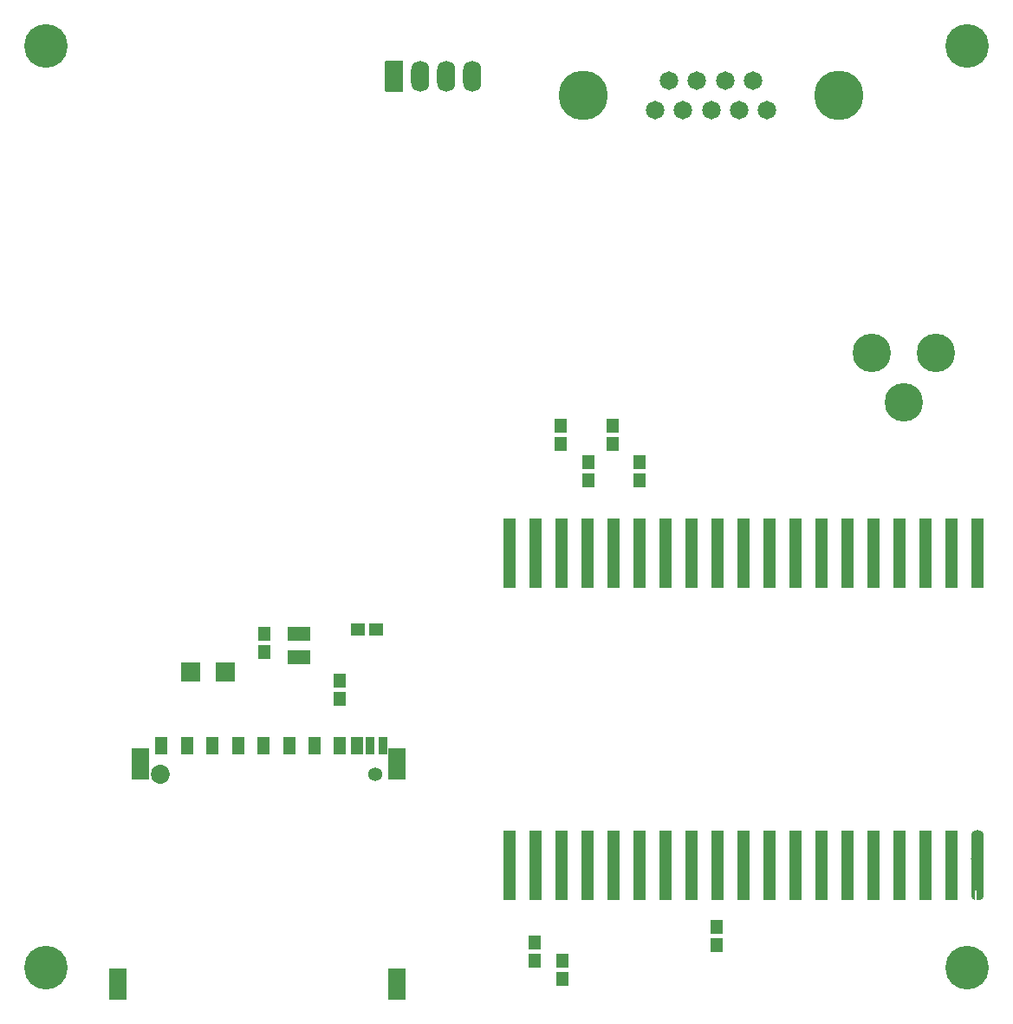
<source format=gbs>
G04 EasyPC Gerber Version 21.0.3 Build 4286 *
%FSLAX35Y35*%
%MOIN*%
%ADD78O,0.07000X0.12000*%
%ADD103R,0.03756X0.06906*%
%ADD106R,0.04500X0.27000*%
%ADD76R,0.04937X0.05291*%
%ADD102R,0.04937X0.06906*%
%ADD104R,0.06906X0.12024*%
%ADD107R,0.07300X0.07300*%
%ADD29C,0.05331*%
%ADD72C,0.07142*%
%ADD28C,0.07299*%
%ADD79C,0.14780*%
%ADD26C,0.16748*%
%ADD73C,0.19012*%
%ADD75R,0.05291X0.04937*%
%AMT105*0 Rounded Rectangle Pad at angle 0*4,1,52,-0.00456,-0.13500,0.00456,-0.13500,0.00691,-0.13485,0.00920,-0.13439,0.01143,-0.13363,0.01353,-0.13259,0.01548,-0.13129,0.01724,-0.12974,0.01879,-0.12798,0.02009,-0.12603,0.02113,-0.12393,0.02189,-0.12171,0.02234,-0.11941,0.02250,-0.11706,0.02250,0.11706,0.02235,0.11941,0.02189,0.12170,0.02113,0.12393,0.02009,0.12603,0.01879,0.12798,0.01724,0.12974,0.01548,0.13129,0.01353,0.13259,0.01143,0.13363,0.00921,0.13439,0.00691,0.13484,0.00456,0.13500,-0.00456,0.13500,-0.00691,0.13485,-0.00920,0.13439,-0.01143,0.13363,-0.01353,0.13259,-0.01548,0.13129,-0.01724,0.12974,-0.01879,0.12798,-0.02009,0.12603,-0.02113,0.12393,-0.02189,0.12171,-0.02234,0.11941,-0.02250,0.11706,-0.02250,-0.11706,-0.02235,-0.11941,-0.02189,-0.12170,-0.02113,-0.12393,-0.02009,-0.12603,-0.01879,-0.12798,-0.01724,-0.12974,-0.01548,-0.13129,-0.01353,-0.13259,-0.01143,-0.13363,-0.00921,-0.13439,-0.00691,-0.13484,-0.00456,-0.13500,0*%
%ADD105T105*%
%ADD77R,0.06000X0.11000*%
%AMT77*0 Rounded Rectangle Pad at angle 0*4,1,24,-0.03206,-0.06000,0.03206,-0.06000,0.03297,-0.05985,0.03379,-0.05944,0.03444,-0.05879,0.03486,-0.05797,0.03500,-0.05706,0.03500,0.05706,0.03485,0.05797,0.03444,0.05879,0.03379,0.05944,0.03297,0.05986,0.03206,0.06000,-0.03206,0.06000,-0.03297,0.05985,-0.03379,0.05944,-0.03444,0.05879,-0.03486,0.05797,-0.03500,0.05706,-0.03500,-0.05706,-0.03485,-0.05797,-0.03444,-0.05879,-0.03379,-0.05944,-0.03297,-0.05986,-0.03206,-0.06000,0*%
%ADD77T77*%
%ADD108R,0.08874X0.05528*%
X0Y0D02*
D02*
D26*
X19935Y19935D03*
Y374266D03*
X374266Y19935D03*
Y374266D03*
D02*
D28*
X63833Y94246D03*
D02*
D29*
X146510D03*
D02*
D72*
X254266Y349640D03*
X259659Y360821D03*
X265053Y349640D03*
X270447Y360821D03*
X275841Y349640D03*
X281234Y360821D03*
X286628Y349640D03*
X292022Y360821D03*
X297415Y349640D03*
D02*
D73*
X226648Y355230D03*
X325033D03*
D02*
D75*
X140096Y149846D03*
X147096D03*
D02*
D76*
X103911Y141096D03*
Y148096D03*
X132911Y123096D03*
Y130096D03*
X208096Y22341D03*
Y29341D03*
X218096Y221096D03*
Y228096D03*
X218596Y15596D03*
Y22596D03*
X228596Y207096D03*
Y214096D03*
X238096Y221096D03*
Y228096D03*
X248281Y207096D03*
Y214096D03*
X278096Y28596D03*
Y35596D03*
D02*
D77*
X153793Y362455D03*
D02*
D78*
X163793D03*
X173793D03*
X183793D03*
D02*
D79*
X337652Y256156D03*
X349935Y237258D03*
X362258Y256156D03*
D02*
D102*
X64325Y105270D03*
X74167D03*
X84010D03*
X93852D03*
X103695D03*
X113537D03*
X123380D03*
X132947D03*
X139640D03*
D02*
D103*
X144758D03*
X149482D03*
D02*
D104*
X47494Y13537D03*
X56156Y98183D03*
X154974Y13537D03*
Y98183D03*
D02*
D105*
X378203Y59148D03*
D02*
D106*
X198203D03*
Y179148D03*
X208203Y59148D03*
Y179148D03*
X218203Y59148D03*
Y179148D03*
X228203Y59148D03*
Y179148D03*
X238203Y59148D03*
Y179148D03*
X248203Y59148D03*
Y179148D03*
X258203Y59148D03*
Y179148D03*
X268203Y59148D03*
Y179148D03*
X278203Y59148D03*
Y179148D03*
X288203Y59148D03*
Y179148D03*
X298203Y59148D03*
Y179148D03*
X308203Y59148D03*
Y179148D03*
X318203Y59148D03*
Y179148D03*
X328203Y59148D03*
Y179148D03*
X338203Y59148D03*
Y179148D03*
X348203Y59148D03*
Y179148D03*
X358203Y59148D03*
Y179148D03*
X368203Y59148D03*
Y179148D03*
X378203D03*
D02*
D107*
X75646Y133596D03*
X89046D03*
D02*
D108*
X117346Y139069D03*
Y148124D03*
X0Y0D02*
M02*

</source>
